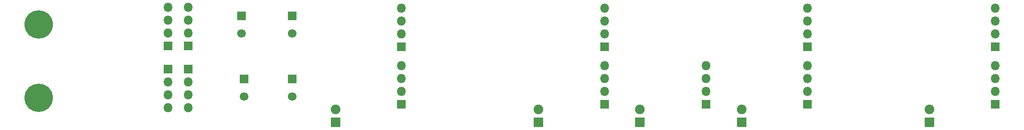
<source format=gbr>
%TF.GenerationSoftware,KiCad,Pcbnew,(5.1.5)-3*%
%TF.CreationDate,2021-02-05T17:27:38+00:00*%
%TF.ProjectId,Power Board,506f7765-7220-4426-9f61-72642e6b6963,rev?*%
%TF.SameCoordinates,Original*%
%TF.FileFunction,Soldermask,Bot*%
%TF.FilePolarity,Negative*%
%FSLAX46Y46*%
G04 Gerber Fmt 4.6, Leading zero omitted, Abs format (unit mm)*
G04 Created by KiCad (PCBNEW (5.1.5)-3) date 2021-02-05 17:27:38*
%MOMM*%
%LPD*%
G04 APERTURE LIST*
%ADD10O,1.800000X1.800000*%
%ADD11R,1.800000X1.800000*%
%ADD12C,1.900000*%
%ADD13R,1.900000X1.900000*%
%ADD14R,1.700000X1.700000*%
%ADD15C,1.700000*%
%ADD16C,5.600000*%
G04 APERTURE END LIST*
D10*
%TO.C,J1*%
X88000000Y-107620000D03*
X88000000Y-105080000D03*
X88000000Y-102540000D03*
D11*
X88000000Y-100000000D03*
%TD*%
%TO.C,J2*%
X130000000Y-107000000D03*
D10*
X130000000Y-104460000D03*
X130000000Y-101920000D03*
X130000000Y-99380000D03*
%TD*%
D11*
%TO.C,J3*%
X170000000Y-107000000D03*
D10*
X170000000Y-104460000D03*
X170000000Y-101920000D03*
X170000000Y-99380000D03*
%TD*%
D11*
%TO.C,J4*%
X190000000Y-107000000D03*
D10*
X190000000Y-104460000D03*
X190000000Y-101920000D03*
X190000000Y-99380000D03*
%TD*%
%TO.C,J5*%
X247000000Y-99380000D03*
X247000000Y-101920000D03*
X247000000Y-104460000D03*
D11*
X247000000Y-107000000D03*
%TD*%
%TO.C,J6*%
X88000000Y-95500000D03*
D10*
X88000000Y-92960000D03*
X88000000Y-90420000D03*
X88000000Y-87880000D03*
%TD*%
%TO.C,J8*%
X170000000Y-88000000D03*
X170000000Y-90540000D03*
X170000000Y-93080000D03*
D11*
X170000000Y-95620000D03*
%TD*%
D10*
%TO.C,J9*%
X210000000Y-88000000D03*
X210000000Y-90540000D03*
X210000000Y-93080000D03*
D11*
X210000000Y-95620000D03*
%TD*%
%TO.C,J10*%
X247000000Y-95620000D03*
D10*
X247000000Y-93080000D03*
X247000000Y-90540000D03*
X247000000Y-88000000D03*
%TD*%
D11*
%TO.C,J11*%
X84000000Y-100000000D03*
D10*
X84000000Y-102540000D03*
X84000000Y-105080000D03*
X84000000Y-107620000D03*
%TD*%
%TO.C,J12*%
X210000000Y-99380000D03*
X210000000Y-101920000D03*
X210000000Y-104460000D03*
D11*
X210000000Y-107000000D03*
%TD*%
D12*
%TO.C,D1*%
X157000000Y-107960000D03*
D13*
X157000000Y-110500000D03*
%TD*%
D12*
%TO.C,D2*%
X117000000Y-107960000D03*
D13*
X117000000Y-110500000D03*
%TD*%
%TO.C,D3*%
X177000000Y-110500000D03*
D12*
X177000000Y-107960000D03*
%TD*%
%TO.C,D4*%
X234000000Y-107960000D03*
D13*
X234000000Y-110500000D03*
%TD*%
%TO.C,D5*%
X197000000Y-110500000D03*
D12*
X197000000Y-107960000D03*
%TD*%
D10*
%TO.C,J13*%
X84000000Y-87880000D03*
X84000000Y-90420000D03*
X84000000Y-92960000D03*
D11*
X84000000Y-95500000D03*
%TD*%
%TO.C,J14*%
X130000000Y-95620000D03*
D10*
X130000000Y-93080000D03*
X130000000Y-90540000D03*
X130000000Y-88000000D03*
%TD*%
D14*
%TO.C,C1*%
X99000000Y-102000000D03*
D15*
X99000000Y-105500000D03*
%TD*%
%TO.C,C2*%
X98500000Y-93000000D03*
D14*
X98500000Y-89500000D03*
%TD*%
%TO.C,C18*%
X108500000Y-102000000D03*
D15*
X108500000Y-105500000D03*
%TD*%
%TO.C,C19*%
X108500000Y-93000000D03*
D14*
X108500000Y-89500000D03*
%TD*%
D16*
%TO.C,H3*%
X58500000Y-105750000D03*
%TD*%
%TO.C,H4*%
X58500000Y-91250000D03*
%TD*%
M02*

</source>
